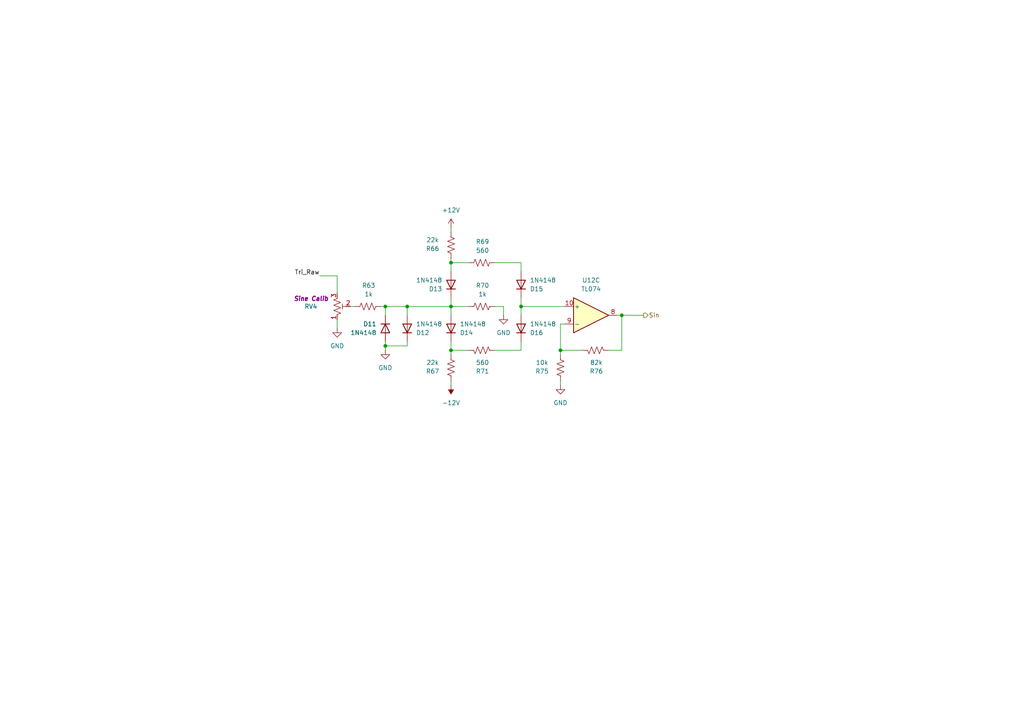
<source format=kicad_sch>
(kicad_sch (version 20250114) (generator "eeschema") (generator_version "9.0")
  (paper "A4")
  (lib_symbols
    (symbol "Amplifier_Operational:TL074" (pin_names (offset 0.127))
      (property "Reference" "U" (at 0 5.08 0))
      (property "Value" "TL074" (at 0 -5.08 0))
      (symbol "TL074_1_1"
        (polyline (pts (xy -5.08 5.08) (xy 5.08 0) (xy -5.08 -5.08) (xy -5.08 5.08)) (stroke (width 0.254)) (fill (type background)))
        (pin input line (at -7.62 2.54 0) (length 2.54) (name "+") (number "3"))
        (pin input line (at -7.62 -2.54 0) (length 2.54) (name "-") (number "2"))
        (pin output line (at 7.62 0 180) (length 2.54) (name "~") (number "1"))
      )
      (symbol "TL074_2_1"
        (polyline (pts (xy -5.08 5.08) (xy 5.08 0) (xy -5.08 -5.08) (xy -5.08 5.08)) (stroke (width 0.254)) (fill (type background)))
        (pin input line (at -7.62 2.54 0) (length 2.54) (name "+") (number "5"))
        (pin input line (at -7.62 -2.54 0) (length 2.54) (name "-") (number "6"))
        (pin output line (at 7.62 0 180) (length 2.54) (name "~") (number "7"))
      )
      (symbol "TL074_3_1"
        (polyline (pts (xy -5.08 5.08) (xy 5.08 0) (xy -5.08 -5.08) (xy -5.08 5.08)) (stroke (width 0.254)) (fill (type background)))
        (pin input line (at -7.62 2.54 0) (length 2.54) (name "+") (number "10"))
        (pin input line (at -7.62 -2.54 0) (length 2.54) (name "-") (number "9"))
        (pin output line (at 7.62 0 180) (length 2.54) (name "~") (number "8"))
      )
      (symbol "TL074_4_1"
        (polyline (pts (xy -5.08 5.08) (xy 5.08 0) (xy -5.08 -5.08) (xy -5.08 5.08)) (stroke (width 0.254)) (fill (type background)))
        (pin input line (at -7.62 2.54 0) (length 2.54) (name "+") (number "12"))
        (pin input line (at -7.62 -2.54 0) (length 2.54) (name "-") (number "13"))
        (pin output line (at 7.62 0 180) (length 2.54) (name "~") (number "14"))
      )
      (symbol "TL074_5_1"
        (pin power_in line (at -2.54 7.62 270) (length 3.81) (name "V+") (number "4"))
        (pin power_in line (at -2.54 -7.62 90) (length 3.81) (name "V-") (number "11"))
      )
    )
    (symbol "Device:R_Potentiometer_Trim_US" (pin_names (offset 1.016) (hide yes))
      (property "Reference" "RV" (at -4.445 0 90))
      (property "Value" "R_Potentiometer_Trim_US" (at -2.54 0 90))
      (symbol "R_Potentiometer_Trim_US_0_1"
        (polyline (pts (xy 0 2.286) (xy 0 2.54)))
        (polyline (pts (xy 0 2.286) (xy 1.016 1.905) (xy 0 1.524) (xy -1.016 1.143) (xy 0 0.762)))
        (polyline (pts (xy 0 0.762) (xy 1.016 0.381) (xy 0 0) (xy -1.016 -0.381) (xy 0 -0.762)))
        (polyline (pts (xy 0 -0.762) (xy 1.016 -1.143) (xy 0 -1.524) (xy -1.016 -1.905) (xy 0 -2.286)))
        (polyline (pts (xy 0 -2.286) (xy 0 -2.54)))
        (polyline (pts (xy 1.524 0.762) (xy 1.524 -0.762)))
        (polyline (pts (xy 2.54 0) (xy 1.524 0)))
      )
      (symbol "R_Potentiometer_Trim_US_1_1"
        (pin passive line (at 0 3.81 270) (length 1.27) (name "1") (number "1"))
        (pin passive line (at 0 -3.81 90) (length 1.27) (name "3") (number "3"))
        (pin passive line (at 3.81 0 180) (length 1.27) (name "2") (number "2"))
      )
    )
    (symbol "Device:R_US" (pin_numbers (hide yes)) (pin_names (offset 0))
      (property "Reference" "R" (at 2.54 0 90))
      (property "Value" "R_US" (at -2.54 0 90))
      (symbol "R_US_0_1"
        (polyline (pts (xy 0 2.286) (xy 0 2.54)))
        (polyline (pts (xy 0 2.286) (xy 1.016 1.905) (xy 0 1.524) (xy -1.016 1.143) (xy 0 0.762)))
        (polyline (pts (xy 0 0.762) (xy 1.016 0.381) (xy 0 0) (xy -1.016 -0.381) (xy 0 -0.762)))
        (polyline (pts (xy 0 -0.762) (xy 1.016 -1.143) (xy 0 -1.524) (xy -1.016 -1.905) (xy 0 -2.286)))
        (polyline (pts (xy 0 -2.286) (xy 0 -2.54)))
      )
      (symbol "R_US_1_1"
        (pin passive line (at 0 3.81 270) (length 1.27) (name "~") (number "1"))
        (pin passive line (at 0 -3.81 90) (length 1.27) (name "~") (number "2"))
      )
    )
    (symbol "Diode:1N4148" (pin_numbers (hide yes)) (pin_names (hide yes))
      (property "Reference" "D" (at 0 2.54 0))
      (property "Value" "1N4148" (at 0 -2.54 0))
      (symbol "1N4148_0_1"
        (polyline (pts (xy -1.27 1.27) (xy -1.27 -1.27)) (stroke (width 0.254)))
        (polyline (pts (xy 1.27 1.27) (xy 1.27 -1.27) (xy -1.27 0) (xy 1.27 1.27)) (stroke (width 0.254)))
        (polyline (pts (xy 1.27 0) (xy -1.27 0)))
      )
      (symbol "1N4148_1_1"
        (pin passive line (at -3.81 0 0) (length 2.54) (name "K") (number "1"))
        (pin passive line (at 3.81 0 180) (length 2.54) (name "A") (number "2"))
      )
    )
    (symbol "power:+12V" (power) (pin_numbers (hide yes)) (pin_names (offset 0) (hide yes))
      (property "Value" "+12V" (at 0 3.556 0))
      (symbol "+12V_0_1"
        (polyline (pts (xy -0.762 1.27) (xy 0 2.54)))
        (polyline (pts (xy 0 2.54) (xy 0.762 1.27)))
        (polyline (pts (xy 0 0) (xy 0 2.54)))
      )
      (symbol "+12V_1_1"
        (pin power_in line (at 0 0 90) (length 0) (name "~") (number "1"))
      )
    )
    (symbol "power:-12V" (power) (pin_numbers (hide yes)) (pin_names (offset 0) (hide yes))
      (property "Value" "-12V" (at 0 3.556 0))
      (symbol "-12V_0_0"
        (pin power_in line (at 0 0 90) (length 0) (name "~") (number "1"))
      )
      (symbol "-12V_0_1"
        (polyline (pts (xy 0 0) (xy 0 1.27) (xy 0.762 1.27) (xy 0 2.54) (xy -0.762 1.27) (xy 0 1.27)) (fill (type outline)))
      )
    )
    (symbol "power:GND" (power) (pin_numbers (hide yes)) (pin_names (offset 0) (hide yes))
      (property "Value" "GND" (at 0 -3.81 0))
      (symbol "GND_0_1"
        (polyline (pts (xy 0 0) (xy 0 -1.27) (xy 1.27 -1.27) (xy 0 -2.54) (xy -1.27 -1.27) (xy 0 -1.27)))
      )
      (symbol "GND_1_1"
        (pin power_in line (at 0 0 270) (length 0) (name "~") (number "1"))
      )
    )
  )
  (junction (at 180.34 91.44))
  (junction (at 111.76 100.33))
  (junction (at 111.76 88.9))
  (junction (at 162.56 101.6))
  (junction (at 151.13 88.9))
  (junction (at 130.81 76.2))
  (junction (at 130.81 88.9))
  (junction (at 118.11 88.9))
  (junction (at 130.81 101.6))
  (wire (pts (xy 118.11 88.9) (xy 130.81 88.9)))
  (wire (pts (xy 111.76 100.33) (xy 111.76 101.6)))
  (wire (pts (xy 111.76 88.9) (xy 111.76 91.44)))
  (wire (pts (xy 130.81 88.9) (xy 135.89 88.9)))
  (wire (pts (xy 162.56 110.49) (xy 162.56 111.76)))
  (wire (pts (xy 92.71 80.01) (xy 97.79 80.01)))
  (wire (pts (xy 130.81 76.2) (xy 130.81 78.74)))
  (wire (pts (xy 143.51 76.2) (xy 151.13 76.2)))
  (wire (pts (xy 151.13 88.9) (xy 151.13 91.44)))
  (wire (pts (xy 151.13 88.9) (xy 163.83 88.9)))
  (wire (pts (xy 179.07 91.44) (xy 180.34 91.44)))
  (wire (pts (xy 151.13 101.6) (xy 143.51 101.6)))
  (wire (pts (xy 151.13 86.36) (xy 151.13 88.9)))
  (wire (pts (xy 97.79 92.71) (xy 97.79 95.25)))
  (wire (pts (xy 130.81 101.6) (xy 135.89 101.6)))
  (wire (pts (xy 130.81 101.6) (xy 130.81 102.87)))
  (wire (pts (xy 130.81 86.36) (xy 130.81 88.9)))
  (wire (pts (xy 163.83 93.98) (xy 162.56 93.98)))
  (wire (pts (xy 180.34 91.44) (xy 186.69 91.44)))
  (wire (pts (xy 118.11 88.9) (xy 111.76 88.9)))
  (wire (pts (xy 118.11 100.33) (xy 111.76 100.33)))
  (wire (pts (xy 111.76 99.06) (xy 111.76 100.33)))
  (wire (pts (xy 176.53 101.6) (xy 180.34 101.6)))
  (wire (pts (xy 162.56 93.98) (xy 162.56 101.6)))
  (wire (pts (xy 130.81 110.49) (xy 130.81 111.76)))
  (wire (pts (xy 146.05 88.9) (xy 146.05 91.44)))
  (wire (pts (xy 162.56 101.6) (xy 162.56 102.87)))
  (wire (pts (xy 130.81 74.93) (xy 130.81 76.2)))
  (wire (pts (xy 130.81 66.04) (xy 130.81 67.31)))
  (wire (pts (xy 130.81 88.9) (xy 130.81 91.44)))
  (wire (pts (xy 97.79 80.01) (xy 97.79 85.09)))
  (wire (pts (xy 151.13 99.06) (xy 151.13 101.6)))
  (wire (pts (xy 143.51 88.9) (xy 146.05 88.9)))
  (wire (pts (xy 130.81 76.2) (xy 135.89 76.2)))
  (wire (pts (xy 118.11 99.06) (xy 118.11 100.33)))
  (wire (pts (xy 151.13 76.2) (xy 151.13 78.74)))
  (wire (pts (xy 180.34 101.6) (xy 180.34 91.44)))
  (wire (pts (xy 162.56 101.6) (xy 168.91 101.6)))
  (wire (pts (xy 110.49 88.9) (xy 111.76 88.9)))
  (wire (pts (xy 118.11 91.44) (xy 118.11 88.9)))
  (wire (pts (xy 101.6 88.9) (xy 102.87 88.9)))
  (wire (pts (xy 130.81 99.06) (xy 130.81 101.6)))
  (label "Tri_Raw" (at 92.71 80.01 180))
  (hierarchical_label "Sin" (shape output) (at 186.69 91.44 0))
  (symbol (lib_id "Diode:1N4148") (at 130.81 82.55 90) (unit 1)
    (property "Reference" "D13" (at 128.27 83.8201 90) (effects (justify left)))
    (property "Value" "1N4148" (at 128.27 81.2801 90) (effects (justify left)))
    (property "Footprint" "Diode_THT:D_DO-35_SOD27_P7.62mm_Horizontal" (effects (hide yes)))
    (property "Datasheet" "https://assets.nexperia.com/documents/data-sheet/1N4148_1N4448.pdf" (effects (hide yes)))
    (property "Description" "100V 0.15A standard switching diode, DO-35" (effects (hide yes)))
    (property "Sim.Device" "D" (effects (hide yes)))
    (property "Sim.Pins" "1=K 2=A" (effects (hide yes)))
  )
  (symbol (lib_id "Device:R_US") (at 139.7 76.2 90) (unit 1) (on_board no)
    (property "Reference" "R69" (at 139.954 70.104 90))
    (property "Value" "560" (at 139.954 72.644 90))
    (property "Footprint" "Resistor_THT:R_Axial_DIN0207_L6.3mm_D2.5mm_P7.62mm_Horizontal" (effects (hide yes)))
    (property "Description" "Resistor, US symbol" (effects (hide yes)))
  )
  (symbol (lib_id "Device:R_US") (at 106.68 88.9 90) (unit 1) (on_board no)
    (property "Reference" "R63" (at 106.934 82.804 90))
    (property "Value" "1k" (at 106.934 85.344 90))
    (property "Footprint" "Resistor_THT:R_Axial_DIN0207_L6.3mm_D2.5mm_P7.62mm_Horizontal" (effects (hide yes)))
    (property "Description" "Resistor, US symbol" (effects (hide yes)))
  )
  (symbol (lib_id "power:+12V") (at 130.81 66.04 0) (unit 1)
    (property "Reference" "#PWR058" (effects (hide yes)))
    (property "Value" "+12V" (at 130.81 60.96 0))
    (property "Description" "Power symbol creates a global label with name \"+12V\"" (effects (hide yes)))
  )
  (symbol (lib_id "Diode:1N4148") (at 130.81 95.25 270) (mirror x) (unit 1)
    (property "Reference" "D14" (at 133.35 96.5201 90) (effects (justify left)))
    (property "Value" "1N4148" (at 133.35 93.9801 90) (effects (justify left)))
    (property "Footprint" "Diode_THT:D_DO-35_SOD27_P7.62mm_Horizontal" (effects (hide yes)))
    (property "Datasheet" "https://assets.nexperia.com/documents/data-sheet/1N4148_1N4448.pdf" (effects (hide yes)))
    (property "Description" "100V 0.15A standard switching diode, DO-35" (effects (hide yes)))
    (property "Sim.Device" "D" (effects (hide yes)))
    (property "Sim.Pins" "1=K 2=A" (effects (hide yes)))
  )
  (symbol (lib_id "Device:R_Potentiometer_Trim_US") (at 97.79 88.9 0) (mirror x) (unit 1) (on_board no)
    (property "Reference" "RV4" (at 90.17 88.9 0))
    (property "Value" "10k" (effects (hide yes)))
    (property "Footprint" "Potentiometer_THT:Potentiometer_Bourns_3296W_Vertical" (effects (hide yes)))
    (property "Description" "Trim-potentiometer, US symbol" (effects (hide yes)))
    (property "Function" "Sine Calib" (at 90.17 86.614 0) (effects (font (thickness 0.254) (bold yes) (italic yes))))
  )
  (symbol (lib_id "Device:R_US") (at 130.81 71.12 180) (unit 1) (on_board no)
    (property "Reference" "R66" (at 125.476 72.136 0))
    (property "Value" "22k" (at 125.476 69.596 0))
    (property "Footprint" "Resistor_THT:R_Axial_DIN0207_L6.3mm_D2.5mm_P7.62mm_Horizontal" (effects (hide yes)))
    (property "Description" "Resistor, US symbol" (effects (hide yes)))
  )
  (symbol (lib_id "Amplifier_Operational:TL074") (at 171.45 91.44 0) (unit 3)
    (property "Reference" "U12" (at 171.45 81.28 0))
    (property "Value" "TL074" (at 171.45 83.82 0))
    (property "Footprint" "Package_DIP:DIP-14_W7.62mm_Socket" (effects (hide yes)))
    (property "Datasheet" "http://www.ti.com/lit/ds/symlink/tl071.pdf" (effects (hide yes)))
    (property "Description" "Quad Low-Noise JFET-Input Operational Amplifiers, DIP-14/SOIC-14" (effects (hide yes)))
  )
  (symbol (lib_id "power:GND") (at 146.05 91.44 0) (unit 1) (on_board no)
    (property "Reference" "#PWR060" (effects (hide yes)))
    (property "Value" "GND" (at 146.05 96.52 0))
    (property "Description" "Power symbol creates a global label with name \"GND\" , ground" (effects (hide yes)))
  )
  (symbol (lib_id "Device:R_US") (at 172.72 101.6 90) (mirror x) (unit 1) (on_board no)
    (property "Reference" "R76" (at 172.974 107.696 90))
    (property "Value" "82k" (at 172.974 105.156 90))
    (property "Footprint" "Resistor_THT:R_Axial_DIN0207_L6.3mm_D2.5mm_P7.62mm_Horizontal" (effects (hide yes)))
    (property "Description" "Resistor, US symbol" (effects (hide yes)))
  )
  (symbol (lib_id "power:GND") (at 111.76 101.6 0) (unit 1) (on_board no)
    (property "Reference" "#PWR056" (effects (hide yes)))
    (property "Value" "GND" (at 111.76 106.68 0))
    (property "Description" "Power symbol creates a global label with name \"GND\" , ground" (effects (hide yes)))
  )
  (symbol (lib_id "Diode:1N4148") (at 111.76 95.25 90) (mirror x) (unit 1)
    (property "Reference" "D11" (at 109.22 93.9799 90) (effects (justify left)))
    (property "Value" "1N4148" (at 109.22 96.5199 90) (effects (justify left)))
    (property "Footprint" "Diode_THT:D_DO-35_SOD27_P7.62mm_Horizontal" (effects (hide yes)))
    (property "Datasheet" "https://assets.nexperia.com/documents/data-sheet/1N4148_1N4448.pdf" (effects (hide yes)))
    (property "Description" "100V 0.15A standard switching diode, DO-35" (effects (hide yes)))
    (property "Sim.Device" "D" (effects (hide yes)))
    (property "Sim.Pins" "1=K 2=A" (effects (hide yes)))
  )
  (symbol (lib_id "power:-12V") (at 130.81 111.76 180) (unit 1)
    (property "Reference" "#PWR059" (effects (hide yes)))
    (property "Value" "-12V" (at 130.81 116.84 0))
    (property "Description" "Power symbol creates a global label with name \"-12V\"" (effects (hide yes)))
  )
  (symbol (lib_id "Device:R_US") (at 162.56 106.68 180) (unit 1) (on_board no)
    (property "Reference" "R75" (at 157.226 107.696 0))
    (property "Value" "10k" (at 157.226 105.156 0))
    (property "Footprint" "Resistor_THT:R_Axial_DIN0207_L6.3mm_D2.5mm_P7.62mm_Horizontal" (effects (hide yes)))
    (property "Description" "Resistor, US symbol" (effects (hide yes)))
  )
  (symbol (lib_id "Diode:1N4148") (at 118.11 95.25 270) (mirror x) (unit 1)
    (property "Reference" "D12" (at 120.65 96.5201 90) (effects (justify left)))
    (property "Value" "1N4148" (at 120.65 93.9801 90) (effects (justify left)))
    (property "Footprint" "Diode_THT:D_DO-35_SOD27_P7.62mm_Horizontal" (effects (hide yes)))
    (property "Datasheet" "https://assets.nexperia.com/documents/data-sheet/1N4148_1N4448.pdf" (effects (hide yes)))
    (property "Description" "100V 0.15A standard switching diode, DO-35" (effects (hide yes)))
    (property "Sim.Device" "D" (effects (hide yes)))
    (property "Sim.Pins" "1=K 2=A" (effects (hide yes)))
  )
  (symbol (lib_id "Device:R_US") (at 139.7 88.9 90) (unit 1) (on_board no)
    (property "Reference" "R70" (at 139.954 82.804 90))
    (property "Value" "1k" (at 139.954 85.344 90))
    (property "Footprint" "Resistor_THT:R_Axial_DIN0207_L6.3mm_D2.5mm_P7.62mm_Horizontal" (effects (hide yes)))
    (property "Description" "Resistor, US symbol" (effects (hide yes)))
  )
  (symbol (lib_id "Device:R_US") (at 130.81 106.68 180) (unit 1) (on_board no)
    (property "Reference" "R67" (at 125.476 107.696 0))
    (property "Value" "22k" (at 125.476 105.156 0))
    (property "Footprint" "Resistor_THT:R_Axial_DIN0207_L6.3mm_D2.5mm_P7.62mm_Horizontal" (effects (hide yes)))
    (property "Description" "Resistor, US symbol" (effects (hide yes)))
  )
  (symbol (lib_id "power:GND") (at 97.79 95.25 0) (unit 1) (on_board no)
    (property "Reference" "#PWR054" (effects (hide yes)))
    (property "Value" "GND" (at 97.79 100.33 0))
    (property "Description" "Power symbol creates a global label with name \"GND\" , ground" (effects (hide yes)))
  )
  (symbol (lib_id "Diode:1N4148") (at 151.13 82.55 270) (mirror x) (unit 1)
    (property "Reference" "D15" (at 153.67 83.8201 90) (effects (justify left)))
    (property "Value" "1N4148" (at 153.67 81.2801 90) (effects (justify left)))
    (property "Footprint" "Diode_THT:D_DO-35_SOD27_P7.62mm_Horizontal" (effects (hide yes)))
    (property "Datasheet" "https://assets.nexperia.com/documents/data-sheet/1N4148_1N4448.pdf" (effects (hide yes)))
    (property "Description" "100V 0.15A standard switching diode, DO-35" (effects (hide yes)))
    (property "Sim.Device" "D" (effects (hide yes)))
    (property "Sim.Pins" "1=K 2=A" (effects (hide yes)))
  )
  (symbol (lib_id "power:GND") (at 162.56 111.76 0) (unit 1) (on_board no)
    (property "Reference" "#PWR062" (effects (hide yes)))
    (property "Value" "GND" (at 162.56 116.84 0))
    (property "Description" "Power symbol creates a global label with name \"GND\" , ground" (effects (hide yes)))
  )
  (symbol (lib_id "Diode:1N4148") (at 151.13 95.25 270) (mirror x) (unit 1)
    (property "Reference" "D16" (at 153.67 96.5201 90) (effects (justify left)))
    (property "Value" "1N4148" (at 153.67 93.9801 90) (effects (justify left)))
    (property "Footprint" "Diode_THT:D_DO-35_SOD27_P7.62mm_Horizontal" (effects (hide yes)))
    (property "Datasheet" "https://assets.nexperia.com/documents/data-sheet/1N4148_1N4448.pdf" (effects (hide yes)))
    (property "Description" "100V 0.15A standard switching diode, DO-35" (effects (hide yes)))
    (property "Sim.Device" "D" (effects (hide yes)))
    (property "Sim.Pins" "1=K 2=A" (effects (hide yes)))
  )
  (symbol (lib_id "Device:R_US") (at 139.7 101.6 90) (mirror x) (unit 1) (on_board no)
    (property "Reference" "R71" (at 139.954 107.696 90))
    (property "Value" "560" (at 139.954 105.156 90))
    (property "Footprint" "Resistor_THT:R_Axial_DIN0207_L6.3mm_D2.5mm_P7.62mm_Horizontal" (effects (hide yes)))
    (property "Description" "Resistor, US symbol" (effects (hide yes)))
  )
)
</source>
